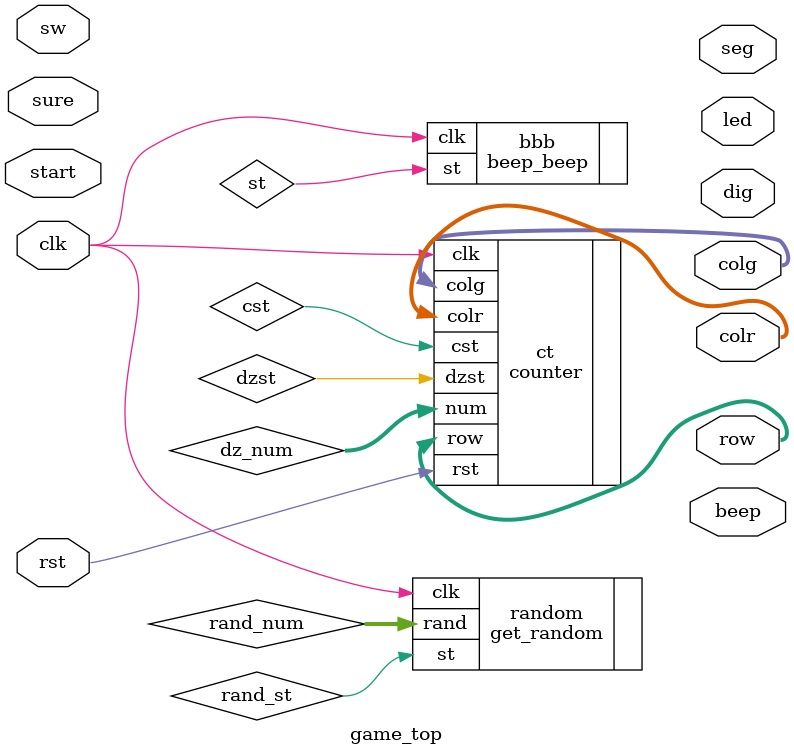
<source format=v>
module game_top(
    input clk, start, rst, sure,//Ê±ÖÓ sw7 btn7 btn0
    input [6:0] sw,//ÊäÈë¿ª¹Ø
    output [15:0]led,//led
    output [7:0] seg,//¶ÎÂë
    output [7:0] dig,//Î»Âë
    output [7:0] row, colg, colr,
    //µãÕóÏÔÊ¾
    output beep//·äÃùÆ÷Êä³ö
);

reg cst, dzst, bst, dst, rand_st;//st sign
reg [2:0] dz_num;
reg [1:0] disp_num;
wire [6:0] rand_num;
wire beep_over, cnt_over;

get_random random(
    .clk(clk),
    .st(rand_st),
    .rand(rand_num)
);

counter ct(
    .clk(clk),
    .rst(rst),
    .cst(cst),
    .dzst(dzst),
    .num(dz_num),
    .row(row),
    .colr(colr),
    .colg(colg)
);

beep_beep bbb(
    .clk(clk),
    .st(st),

);


//btn0Óëbtn7¾ù²»ÓÃÏû¶¶

//×´Ì¬¶¨Òå
//0:sw7=0,nothing is open
//1:sw7=1,dz_greet
//2:click btn7 game1 begin
//3:game2
//4:game3
//5:vectory show

//need module:
//get_random
//dz_show
//counter
//beep_beep
//disp_show




endmodule
</source>
